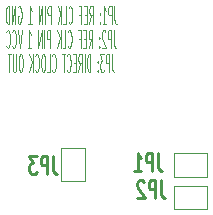
<source format=gbr>
%TF.GenerationSoftware,KiCad,Pcbnew,(6.0.10)*%
%TF.CreationDate,2024-01-30T22:58:59+11:00*%
%TF.ProjectId,DFO,44464f2e-6b69-4636-9164-5f7063625858,rev?*%
%TF.SameCoordinates,Original*%
%TF.FileFunction,Legend,Bot*%
%TF.FilePolarity,Positive*%
%FSLAX46Y46*%
G04 Gerber Fmt 4.6, Leading zero omitted, Abs format (unit mm)*
G04 Created by KiCad (PCBNEW (6.0.10)) date 2024-01-30 22:58:59*
%MOMM*%
%LPD*%
G01*
G04 APERTURE LIST*
%ADD10C,0.250000*%
%ADD11C,0.125000*%
%ADD12C,0.120000*%
G04 APERTURE END LIST*
D10*
X105481333Y-75886571D02*
X105481333Y-76958000D01*
X105528952Y-77172285D01*
X105624190Y-77315142D01*
X105767047Y-77386571D01*
X105862285Y-77386571D01*
X105005142Y-77386571D02*
X105005142Y-75886571D01*
X104624190Y-75886571D01*
X104528952Y-75958000D01*
X104481333Y-76029428D01*
X104433714Y-76172285D01*
X104433714Y-76386571D01*
X104481333Y-76529428D01*
X104528952Y-76600857D01*
X104624190Y-76672285D01*
X105005142Y-76672285D01*
X104052761Y-76029428D02*
X104005142Y-75958000D01*
X103909904Y-75886571D01*
X103671809Y-75886571D01*
X103576571Y-75958000D01*
X103528952Y-76029428D01*
X103481333Y-76172285D01*
X103481333Y-76315142D01*
X103528952Y-76529428D01*
X104100380Y-77386571D01*
X103481333Y-77386571D01*
X105227333Y-73600571D02*
X105227333Y-74672000D01*
X105274952Y-74886285D01*
X105370190Y-75029142D01*
X105513047Y-75100571D01*
X105608285Y-75100571D01*
X104751142Y-75100571D02*
X104751142Y-73600571D01*
X104370190Y-73600571D01*
X104274952Y-73672000D01*
X104227333Y-73743428D01*
X104179714Y-73886285D01*
X104179714Y-74100571D01*
X104227333Y-74243428D01*
X104274952Y-74314857D01*
X104370190Y-74386285D01*
X104751142Y-74386285D01*
X103227333Y-75100571D02*
X103798761Y-75100571D01*
X103513047Y-75100571D02*
X103513047Y-73600571D01*
X103608285Y-73814857D01*
X103703523Y-73957714D01*
X103798761Y-74029142D01*
D11*
X101539904Y-61154571D02*
X101539904Y-62226000D01*
X101563714Y-62440285D01*
X101611333Y-62583142D01*
X101682761Y-62654571D01*
X101730380Y-62654571D01*
X101301809Y-62654571D02*
X101301809Y-61154571D01*
X101111333Y-61154571D01*
X101063714Y-61226000D01*
X101039904Y-61297428D01*
X101016095Y-61440285D01*
X101016095Y-61654571D01*
X101039904Y-61797428D01*
X101063714Y-61868857D01*
X101111333Y-61940285D01*
X101301809Y-61940285D01*
X100539904Y-62654571D02*
X100825619Y-62654571D01*
X100682761Y-62654571D02*
X100682761Y-61154571D01*
X100730380Y-61368857D01*
X100778000Y-61511714D01*
X100825619Y-61583142D01*
X100325619Y-62511714D02*
X100301809Y-62583142D01*
X100325619Y-62654571D01*
X100349428Y-62583142D01*
X100325619Y-62511714D01*
X100325619Y-62654571D01*
X100325619Y-61726000D02*
X100301809Y-61797428D01*
X100325619Y-61868857D01*
X100349428Y-61797428D01*
X100325619Y-61726000D01*
X100325619Y-61868857D01*
X99420857Y-62654571D02*
X99587523Y-61940285D01*
X99706571Y-62654571D02*
X99706571Y-61154571D01*
X99516095Y-61154571D01*
X99468476Y-61226000D01*
X99444666Y-61297428D01*
X99420857Y-61440285D01*
X99420857Y-61654571D01*
X99444666Y-61797428D01*
X99468476Y-61868857D01*
X99516095Y-61940285D01*
X99706571Y-61940285D01*
X99206571Y-61868857D02*
X99039904Y-61868857D01*
X98968476Y-62654571D02*
X99206571Y-62654571D01*
X99206571Y-61154571D01*
X98968476Y-61154571D01*
X98587523Y-61868857D02*
X98754190Y-61868857D01*
X98754190Y-62654571D02*
X98754190Y-61154571D01*
X98516095Y-61154571D01*
X97658952Y-62511714D02*
X97682761Y-62583142D01*
X97754190Y-62654571D01*
X97801809Y-62654571D01*
X97873238Y-62583142D01*
X97920857Y-62440285D01*
X97944666Y-62297428D01*
X97968476Y-62011714D01*
X97968476Y-61797428D01*
X97944666Y-61511714D01*
X97920857Y-61368857D01*
X97873238Y-61226000D01*
X97801809Y-61154571D01*
X97754190Y-61154571D01*
X97682761Y-61226000D01*
X97658952Y-61297428D01*
X97206571Y-62654571D02*
X97444666Y-62654571D01*
X97444666Y-61154571D01*
X97039904Y-62654571D02*
X97039904Y-61154571D01*
X96754190Y-62654571D02*
X96968476Y-61797428D01*
X96754190Y-61154571D02*
X97039904Y-62011714D01*
X96158952Y-62654571D02*
X96158952Y-61154571D01*
X95968476Y-61154571D01*
X95920857Y-61226000D01*
X95897047Y-61297428D01*
X95873238Y-61440285D01*
X95873238Y-61654571D01*
X95897047Y-61797428D01*
X95920857Y-61868857D01*
X95968476Y-61940285D01*
X96158952Y-61940285D01*
X95658952Y-62654571D02*
X95658952Y-61154571D01*
X95420857Y-62654571D02*
X95420857Y-61154571D01*
X95135142Y-62654571D01*
X95135142Y-61154571D01*
X94254190Y-62654571D02*
X94539904Y-62654571D01*
X94397047Y-62654571D02*
X94397047Y-61154571D01*
X94444666Y-61368857D01*
X94492285Y-61511714D01*
X94539904Y-61583142D01*
X93397047Y-61226000D02*
X93444666Y-61154571D01*
X93516095Y-61154571D01*
X93587523Y-61226000D01*
X93635142Y-61368857D01*
X93658952Y-61511714D01*
X93682761Y-61797428D01*
X93682761Y-62011714D01*
X93658952Y-62297428D01*
X93635142Y-62440285D01*
X93587523Y-62583142D01*
X93516095Y-62654571D01*
X93468476Y-62654571D01*
X93397047Y-62583142D01*
X93373238Y-62511714D01*
X93373238Y-62011714D01*
X93468476Y-62011714D01*
X93158952Y-62654571D02*
X93158952Y-61154571D01*
X92873238Y-62654571D01*
X92873238Y-61154571D01*
X92635142Y-62654571D02*
X92635142Y-61154571D01*
X92516095Y-61154571D01*
X92444666Y-61226000D01*
X92397047Y-61368857D01*
X92373238Y-61511714D01*
X92349428Y-61797428D01*
X92349428Y-62011714D01*
X92373238Y-62297428D01*
X92397047Y-62440285D01*
X92444666Y-62583142D01*
X92516095Y-62654571D01*
X92635142Y-62654571D01*
D10*
X96337333Y-73854571D02*
X96337333Y-74926000D01*
X96384952Y-75140285D01*
X96480190Y-75283142D01*
X96623047Y-75354571D01*
X96718285Y-75354571D01*
X95861142Y-75354571D02*
X95861142Y-73854571D01*
X95480190Y-73854571D01*
X95384952Y-73926000D01*
X95337333Y-73997428D01*
X95289714Y-74140285D01*
X95289714Y-74354571D01*
X95337333Y-74497428D01*
X95384952Y-74568857D01*
X95480190Y-74640285D01*
X95861142Y-74640285D01*
X94956380Y-73854571D02*
X94337333Y-73854571D01*
X94670666Y-74426000D01*
X94527809Y-74426000D01*
X94432571Y-74497428D01*
X94384952Y-74568857D01*
X94337333Y-74711714D01*
X94337333Y-75068857D01*
X94384952Y-75211714D01*
X94432571Y-75283142D01*
X94527809Y-75354571D01*
X94813523Y-75354571D01*
X94908761Y-75283142D01*
X94956380Y-75211714D01*
D11*
X101492285Y-63186571D02*
X101492285Y-64258000D01*
X101516095Y-64472285D01*
X101563714Y-64615142D01*
X101635142Y-64686571D01*
X101682761Y-64686571D01*
X101254190Y-64686571D02*
X101254190Y-63186571D01*
X101063714Y-63186571D01*
X101016095Y-63258000D01*
X100992285Y-63329428D01*
X100968476Y-63472285D01*
X100968476Y-63686571D01*
X100992285Y-63829428D01*
X101016095Y-63900857D01*
X101063714Y-63972285D01*
X101254190Y-63972285D01*
X100778000Y-63329428D02*
X100754190Y-63258000D01*
X100706571Y-63186571D01*
X100587523Y-63186571D01*
X100539904Y-63258000D01*
X100516095Y-63329428D01*
X100492285Y-63472285D01*
X100492285Y-63615142D01*
X100516095Y-63829428D01*
X100801809Y-64686571D01*
X100492285Y-64686571D01*
X100278000Y-64543714D02*
X100254190Y-64615142D01*
X100278000Y-64686571D01*
X100301809Y-64615142D01*
X100278000Y-64543714D01*
X100278000Y-64686571D01*
X100278000Y-63758000D02*
X100254190Y-63829428D01*
X100278000Y-63900857D01*
X100301809Y-63829428D01*
X100278000Y-63758000D01*
X100278000Y-63900857D01*
X99373238Y-64686571D02*
X99539904Y-63972285D01*
X99658952Y-64686571D02*
X99658952Y-63186571D01*
X99468476Y-63186571D01*
X99420857Y-63258000D01*
X99397047Y-63329428D01*
X99373238Y-63472285D01*
X99373238Y-63686571D01*
X99397047Y-63829428D01*
X99420857Y-63900857D01*
X99468476Y-63972285D01*
X99658952Y-63972285D01*
X99158952Y-63900857D02*
X98992285Y-63900857D01*
X98920857Y-64686571D02*
X99158952Y-64686571D01*
X99158952Y-63186571D01*
X98920857Y-63186571D01*
X98539904Y-63900857D02*
X98706571Y-63900857D01*
X98706571Y-64686571D02*
X98706571Y-63186571D01*
X98468476Y-63186571D01*
X97611333Y-64543714D02*
X97635142Y-64615142D01*
X97706571Y-64686571D01*
X97754190Y-64686571D01*
X97825619Y-64615142D01*
X97873238Y-64472285D01*
X97897047Y-64329428D01*
X97920857Y-64043714D01*
X97920857Y-63829428D01*
X97897047Y-63543714D01*
X97873238Y-63400857D01*
X97825619Y-63258000D01*
X97754190Y-63186571D01*
X97706571Y-63186571D01*
X97635142Y-63258000D01*
X97611333Y-63329428D01*
X97158952Y-64686571D02*
X97397047Y-64686571D01*
X97397047Y-63186571D01*
X96992285Y-64686571D02*
X96992285Y-63186571D01*
X96706571Y-64686571D02*
X96920857Y-63829428D01*
X96706571Y-63186571D02*
X96992285Y-64043714D01*
X96111333Y-64686571D02*
X96111333Y-63186571D01*
X95920857Y-63186571D01*
X95873238Y-63258000D01*
X95849428Y-63329428D01*
X95825619Y-63472285D01*
X95825619Y-63686571D01*
X95849428Y-63829428D01*
X95873238Y-63900857D01*
X95920857Y-63972285D01*
X96111333Y-63972285D01*
X95611333Y-64686571D02*
X95611333Y-63186571D01*
X95373238Y-64686571D02*
X95373238Y-63186571D01*
X95087523Y-64686571D01*
X95087523Y-63186571D01*
X94206571Y-64686571D02*
X94492285Y-64686571D01*
X94349428Y-64686571D02*
X94349428Y-63186571D01*
X94397047Y-63400857D01*
X94444666Y-63543714D01*
X94492285Y-63615142D01*
X93682761Y-63186571D02*
X93516095Y-64686571D01*
X93349428Y-63186571D01*
X92897047Y-64543714D02*
X92920857Y-64615142D01*
X92992285Y-64686571D01*
X93039904Y-64686571D01*
X93111333Y-64615142D01*
X93158952Y-64472285D01*
X93182761Y-64329428D01*
X93206571Y-64043714D01*
X93206571Y-63829428D01*
X93182761Y-63543714D01*
X93158952Y-63400857D01*
X93111333Y-63258000D01*
X93039904Y-63186571D01*
X92992285Y-63186571D01*
X92920857Y-63258000D01*
X92897047Y-63329428D01*
X92397047Y-64543714D02*
X92420857Y-64615142D01*
X92492285Y-64686571D01*
X92539904Y-64686571D01*
X92611333Y-64615142D01*
X92658952Y-64472285D01*
X92682761Y-64329428D01*
X92706571Y-64043714D01*
X92706571Y-63829428D01*
X92682761Y-63543714D01*
X92658952Y-63400857D01*
X92611333Y-63258000D01*
X92539904Y-63186571D01*
X92492285Y-63186571D01*
X92420857Y-63258000D01*
X92397047Y-63329428D01*
X101349428Y-65218571D02*
X101349428Y-66290000D01*
X101373238Y-66504285D01*
X101420857Y-66647142D01*
X101492285Y-66718571D01*
X101539904Y-66718571D01*
X101111333Y-66718571D02*
X101111333Y-65218571D01*
X100920857Y-65218571D01*
X100873238Y-65290000D01*
X100849428Y-65361428D01*
X100825619Y-65504285D01*
X100825619Y-65718571D01*
X100849428Y-65861428D01*
X100873238Y-65932857D01*
X100920857Y-66004285D01*
X101111333Y-66004285D01*
X100658952Y-65218571D02*
X100349428Y-65218571D01*
X100516095Y-65790000D01*
X100444666Y-65790000D01*
X100397047Y-65861428D01*
X100373238Y-65932857D01*
X100349428Y-66075714D01*
X100349428Y-66432857D01*
X100373238Y-66575714D01*
X100397047Y-66647142D01*
X100444666Y-66718571D01*
X100587523Y-66718571D01*
X100635142Y-66647142D01*
X100658952Y-66575714D01*
X100135142Y-66575714D02*
X100111333Y-66647142D01*
X100135142Y-66718571D01*
X100158952Y-66647142D01*
X100135142Y-66575714D01*
X100135142Y-66718571D01*
X100135142Y-65790000D02*
X100111333Y-65861428D01*
X100135142Y-65932857D01*
X100158952Y-65861428D01*
X100135142Y-65790000D01*
X100135142Y-65932857D01*
X99516095Y-66718571D02*
X99516095Y-65218571D01*
X99397047Y-65218571D01*
X99325619Y-65290000D01*
X99278000Y-65432857D01*
X99254190Y-65575714D01*
X99230380Y-65861428D01*
X99230380Y-66075714D01*
X99254190Y-66361428D01*
X99278000Y-66504285D01*
X99325619Y-66647142D01*
X99397047Y-66718571D01*
X99516095Y-66718571D01*
X99016095Y-66718571D02*
X99016095Y-65218571D01*
X98492285Y-66718571D02*
X98658952Y-66004285D01*
X98778000Y-66718571D02*
X98778000Y-65218571D01*
X98587523Y-65218571D01*
X98539904Y-65290000D01*
X98516095Y-65361428D01*
X98492285Y-65504285D01*
X98492285Y-65718571D01*
X98516095Y-65861428D01*
X98539904Y-65932857D01*
X98587523Y-66004285D01*
X98778000Y-66004285D01*
X98278000Y-65932857D02*
X98111333Y-65932857D01*
X98039904Y-66718571D02*
X98278000Y-66718571D01*
X98278000Y-65218571D01*
X98039904Y-65218571D01*
X97539904Y-66575714D02*
X97563714Y-66647142D01*
X97635142Y-66718571D01*
X97682761Y-66718571D01*
X97754190Y-66647142D01*
X97801809Y-66504285D01*
X97825619Y-66361428D01*
X97849428Y-66075714D01*
X97849428Y-65861428D01*
X97825619Y-65575714D01*
X97801809Y-65432857D01*
X97754190Y-65290000D01*
X97682761Y-65218571D01*
X97635142Y-65218571D01*
X97563714Y-65290000D01*
X97539904Y-65361428D01*
X97397047Y-65218571D02*
X97111333Y-65218571D01*
X97254190Y-66718571D02*
X97254190Y-65218571D01*
X96278000Y-66575714D02*
X96301809Y-66647142D01*
X96373238Y-66718571D01*
X96420857Y-66718571D01*
X96492285Y-66647142D01*
X96539904Y-66504285D01*
X96563714Y-66361428D01*
X96587523Y-66075714D01*
X96587523Y-65861428D01*
X96563714Y-65575714D01*
X96539904Y-65432857D01*
X96492285Y-65290000D01*
X96420857Y-65218571D01*
X96373238Y-65218571D01*
X96301809Y-65290000D01*
X96278000Y-65361428D01*
X95825619Y-66718571D02*
X96063714Y-66718571D01*
X96063714Y-65218571D01*
X95563714Y-65218571D02*
X95468476Y-65218571D01*
X95420857Y-65290000D01*
X95373238Y-65432857D01*
X95349428Y-65718571D01*
X95349428Y-66218571D01*
X95373238Y-66504285D01*
X95420857Y-66647142D01*
X95468476Y-66718571D01*
X95563714Y-66718571D01*
X95611333Y-66647142D01*
X95658952Y-66504285D01*
X95682761Y-66218571D01*
X95682761Y-65718571D01*
X95658952Y-65432857D01*
X95611333Y-65290000D01*
X95563714Y-65218571D01*
X94849428Y-66575714D02*
X94873238Y-66647142D01*
X94944666Y-66718571D01*
X94992285Y-66718571D01*
X95063714Y-66647142D01*
X95111333Y-66504285D01*
X95135142Y-66361428D01*
X95158952Y-66075714D01*
X95158952Y-65861428D01*
X95135142Y-65575714D01*
X95111333Y-65432857D01*
X95063714Y-65290000D01*
X94992285Y-65218571D01*
X94944666Y-65218571D01*
X94873238Y-65290000D01*
X94849428Y-65361428D01*
X94635142Y-66718571D02*
X94635142Y-65218571D01*
X94349428Y-66718571D02*
X94563714Y-65861428D01*
X94349428Y-65218571D02*
X94635142Y-66075714D01*
X93658952Y-65218571D02*
X93563714Y-65218571D01*
X93516095Y-65290000D01*
X93468476Y-65432857D01*
X93444666Y-65718571D01*
X93444666Y-66218571D01*
X93468476Y-66504285D01*
X93516095Y-66647142D01*
X93563714Y-66718571D01*
X93658952Y-66718571D01*
X93706571Y-66647142D01*
X93754190Y-66504285D01*
X93778000Y-66218571D01*
X93778000Y-65718571D01*
X93754190Y-65432857D01*
X93706571Y-65290000D01*
X93658952Y-65218571D01*
X93230380Y-65218571D02*
X93230380Y-66432857D01*
X93206571Y-66575714D01*
X93182761Y-66647142D01*
X93135142Y-66718571D01*
X93039904Y-66718571D01*
X92992285Y-66647142D01*
X92968476Y-66575714D01*
X92944666Y-66432857D01*
X92944666Y-65218571D01*
X92778000Y-65218571D02*
X92492285Y-65218571D01*
X92635142Y-66718571D02*
X92635142Y-65218571D01*
D12*
%TO.C,REF\u002A\u002A*%
X106600000Y-78350000D02*
X109400000Y-78350000D01*
X109400000Y-78350000D02*
X109400000Y-76350000D01*
X109400000Y-76350000D02*
X106600000Y-76350000D01*
X106600000Y-76350000D02*
X106600000Y-78350000D01*
X99044001Y-75933998D02*
X99044001Y-73133998D01*
X99044001Y-73133998D02*
X97044001Y-73133998D01*
X97044001Y-73133998D02*
X97044001Y-75933998D01*
X97044001Y-75933998D02*
X99044001Y-75933998D01*
X106599997Y-75599996D02*
X109399997Y-75599996D01*
X109399997Y-75599996D02*
X109399997Y-73599996D01*
X109399997Y-73599996D02*
X106599997Y-73599996D01*
X106599997Y-73599996D02*
X106599997Y-75599996D01*
%TD*%
M02*

</source>
